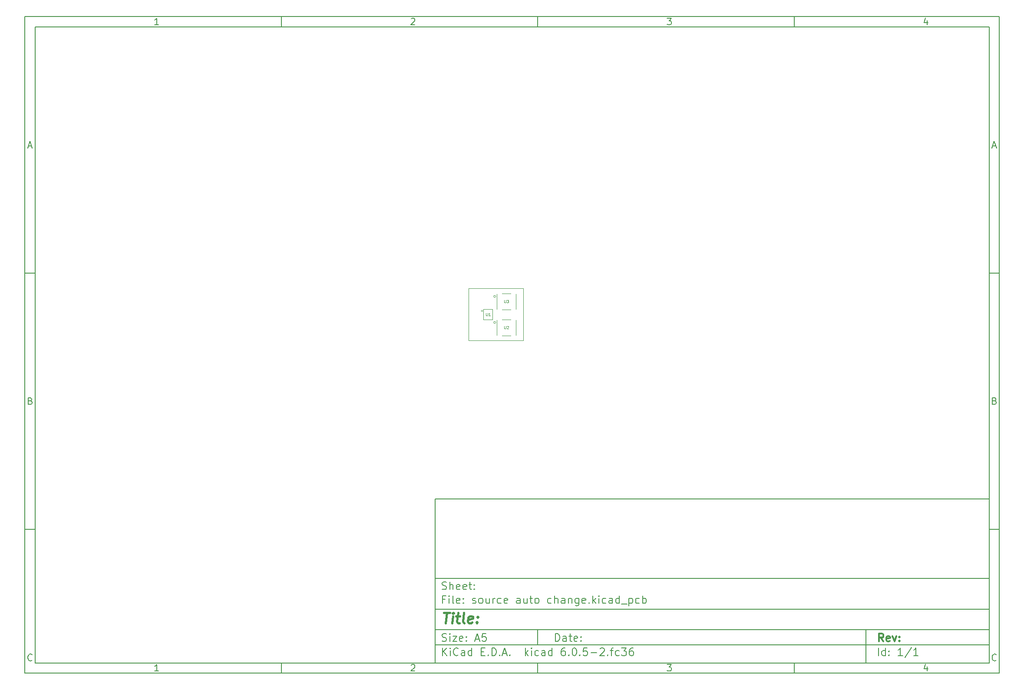
<source format=gbr>
%TF.GenerationSoftware,KiCad,Pcbnew,6.0.5-2.fc36*%
%TF.CreationDate,2022-06-19T11:45:17+04:00*%
%TF.ProjectId,source auto change,736f7572-6365-4206-9175-746f20636861,rev?*%
%TF.SameCoordinates,Original*%
%TF.FileFunction,Legend,Top*%
%TF.FilePolarity,Positive*%
%FSLAX46Y46*%
G04 Gerber Fmt 4.6, Leading zero omitted, Abs format (unit mm)*
G04 Created by KiCad (PCBNEW 6.0.5-2.fc36) date 2022-06-19 11:45:17*
%MOMM*%
%LPD*%
G01*
G04 APERTURE LIST*
%ADD10C,0.100000*%
%ADD11C,0.150000*%
%ADD12C,0.300000*%
%ADD13C,0.400000*%
%TA.AperFunction,Profile*%
%ADD14C,0.100000*%
%TD*%
%ADD15C,0.050000*%
G04 APERTURE END LIST*
D10*
D11*
X90007200Y-104005800D02*
X90007200Y-136005800D01*
X198007200Y-136005800D01*
X198007200Y-104005800D01*
X90007200Y-104005800D01*
D10*
D11*
X10000000Y-10000000D02*
X10000000Y-138005800D01*
X200007200Y-138005800D01*
X200007200Y-10000000D01*
X10000000Y-10000000D01*
D10*
D11*
X12000000Y-12000000D02*
X12000000Y-136005800D01*
X198007200Y-136005800D01*
X198007200Y-12000000D01*
X12000000Y-12000000D01*
D10*
D11*
X60000000Y-12000000D02*
X60000000Y-10000000D01*
D10*
D11*
X110000000Y-12000000D02*
X110000000Y-10000000D01*
D10*
D11*
X160000000Y-12000000D02*
X160000000Y-10000000D01*
D10*
D11*
X36065476Y-11588095D02*
X35322619Y-11588095D01*
X35694047Y-11588095D02*
X35694047Y-10288095D01*
X35570238Y-10473809D01*
X35446428Y-10597619D01*
X35322619Y-10659523D01*
D10*
D11*
X85322619Y-10411904D02*
X85384523Y-10350000D01*
X85508333Y-10288095D01*
X85817857Y-10288095D01*
X85941666Y-10350000D01*
X86003571Y-10411904D01*
X86065476Y-10535714D01*
X86065476Y-10659523D01*
X86003571Y-10845238D01*
X85260714Y-11588095D01*
X86065476Y-11588095D01*
D10*
D11*
X135260714Y-10288095D02*
X136065476Y-10288095D01*
X135632142Y-10783333D01*
X135817857Y-10783333D01*
X135941666Y-10845238D01*
X136003571Y-10907142D01*
X136065476Y-11030952D01*
X136065476Y-11340476D01*
X136003571Y-11464285D01*
X135941666Y-11526190D01*
X135817857Y-11588095D01*
X135446428Y-11588095D01*
X135322619Y-11526190D01*
X135260714Y-11464285D01*
D10*
D11*
X185941666Y-10721428D02*
X185941666Y-11588095D01*
X185632142Y-10226190D02*
X185322619Y-11154761D01*
X186127380Y-11154761D01*
D10*
D11*
X60000000Y-136005800D02*
X60000000Y-138005800D01*
D10*
D11*
X110000000Y-136005800D02*
X110000000Y-138005800D01*
D10*
D11*
X160000000Y-136005800D02*
X160000000Y-138005800D01*
D10*
D11*
X36065476Y-137593895D02*
X35322619Y-137593895D01*
X35694047Y-137593895D02*
X35694047Y-136293895D01*
X35570238Y-136479609D01*
X35446428Y-136603419D01*
X35322619Y-136665323D01*
D10*
D11*
X85322619Y-136417704D02*
X85384523Y-136355800D01*
X85508333Y-136293895D01*
X85817857Y-136293895D01*
X85941666Y-136355800D01*
X86003571Y-136417704D01*
X86065476Y-136541514D01*
X86065476Y-136665323D01*
X86003571Y-136851038D01*
X85260714Y-137593895D01*
X86065476Y-137593895D01*
D10*
D11*
X135260714Y-136293895D02*
X136065476Y-136293895D01*
X135632142Y-136789133D01*
X135817857Y-136789133D01*
X135941666Y-136851038D01*
X136003571Y-136912942D01*
X136065476Y-137036752D01*
X136065476Y-137346276D01*
X136003571Y-137470085D01*
X135941666Y-137531990D01*
X135817857Y-137593895D01*
X135446428Y-137593895D01*
X135322619Y-137531990D01*
X135260714Y-137470085D01*
D10*
D11*
X185941666Y-136727228D02*
X185941666Y-137593895D01*
X185632142Y-136231990D02*
X185322619Y-137160561D01*
X186127380Y-137160561D01*
D10*
D11*
X10000000Y-60000000D02*
X12000000Y-60000000D01*
D10*
D11*
X10000000Y-110000000D02*
X12000000Y-110000000D01*
D10*
D11*
X10690476Y-35216666D02*
X11309523Y-35216666D01*
X10566666Y-35588095D02*
X11000000Y-34288095D01*
X11433333Y-35588095D01*
D10*
D11*
X11092857Y-84907142D02*
X11278571Y-84969047D01*
X11340476Y-85030952D01*
X11402380Y-85154761D01*
X11402380Y-85340476D01*
X11340476Y-85464285D01*
X11278571Y-85526190D01*
X11154761Y-85588095D01*
X10659523Y-85588095D01*
X10659523Y-84288095D01*
X11092857Y-84288095D01*
X11216666Y-84350000D01*
X11278571Y-84411904D01*
X11340476Y-84535714D01*
X11340476Y-84659523D01*
X11278571Y-84783333D01*
X11216666Y-84845238D01*
X11092857Y-84907142D01*
X10659523Y-84907142D01*
D10*
D11*
X11402380Y-135464285D02*
X11340476Y-135526190D01*
X11154761Y-135588095D01*
X11030952Y-135588095D01*
X10845238Y-135526190D01*
X10721428Y-135402380D01*
X10659523Y-135278571D01*
X10597619Y-135030952D01*
X10597619Y-134845238D01*
X10659523Y-134597619D01*
X10721428Y-134473809D01*
X10845238Y-134350000D01*
X11030952Y-134288095D01*
X11154761Y-134288095D01*
X11340476Y-134350000D01*
X11402380Y-134411904D01*
D10*
D11*
X200007200Y-60000000D02*
X198007200Y-60000000D01*
D10*
D11*
X200007200Y-110000000D02*
X198007200Y-110000000D01*
D10*
D11*
X198697676Y-35216666D02*
X199316723Y-35216666D01*
X198573866Y-35588095D02*
X199007200Y-34288095D01*
X199440533Y-35588095D01*
D10*
D11*
X199100057Y-84907142D02*
X199285771Y-84969047D01*
X199347676Y-85030952D01*
X199409580Y-85154761D01*
X199409580Y-85340476D01*
X199347676Y-85464285D01*
X199285771Y-85526190D01*
X199161961Y-85588095D01*
X198666723Y-85588095D01*
X198666723Y-84288095D01*
X199100057Y-84288095D01*
X199223866Y-84350000D01*
X199285771Y-84411904D01*
X199347676Y-84535714D01*
X199347676Y-84659523D01*
X199285771Y-84783333D01*
X199223866Y-84845238D01*
X199100057Y-84907142D01*
X198666723Y-84907142D01*
D10*
D11*
X199409580Y-135464285D02*
X199347676Y-135526190D01*
X199161961Y-135588095D01*
X199038152Y-135588095D01*
X198852438Y-135526190D01*
X198728628Y-135402380D01*
X198666723Y-135278571D01*
X198604819Y-135030952D01*
X198604819Y-134845238D01*
X198666723Y-134597619D01*
X198728628Y-134473809D01*
X198852438Y-134350000D01*
X199038152Y-134288095D01*
X199161961Y-134288095D01*
X199347676Y-134350000D01*
X199409580Y-134411904D01*
D10*
D11*
X113439342Y-131784371D02*
X113439342Y-130284371D01*
X113796485Y-130284371D01*
X114010771Y-130355800D01*
X114153628Y-130498657D01*
X114225057Y-130641514D01*
X114296485Y-130927228D01*
X114296485Y-131141514D01*
X114225057Y-131427228D01*
X114153628Y-131570085D01*
X114010771Y-131712942D01*
X113796485Y-131784371D01*
X113439342Y-131784371D01*
X115582200Y-131784371D02*
X115582200Y-130998657D01*
X115510771Y-130855800D01*
X115367914Y-130784371D01*
X115082200Y-130784371D01*
X114939342Y-130855800D01*
X115582200Y-131712942D02*
X115439342Y-131784371D01*
X115082200Y-131784371D01*
X114939342Y-131712942D01*
X114867914Y-131570085D01*
X114867914Y-131427228D01*
X114939342Y-131284371D01*
X115082200Y-131212942D01*
X115439342Y-131212942D01*
X115582200Y-131141514D01*
X116082200Y-130784371D02*
X116653628Y-130784371D01*
X116296485Y-130284371D02*
X116296485Y-131570085D01*
X116367914Y-131712942D01*
X116510771Y-131784371D01*
X116653628Y-131784371D01*
X117725057Y-131712942D02*
X117582200Y-131784371D01*
X117296485Y-131784371D01*
X117153628Y-131712942D01*
X117082200Y-131570085D01*
X117082200Y-130998657D01*
X117153628Y-130855800D01*
X117296485Y-130784371D01*
X117582200Y-130784371D01*
X117725057Y-130855800D01*
X117796485Y-130998657D01*
X117796485Y-131141514D01*
X117082200Y-131284371D01*
X118439342Y-131641514D02*
X118510771Y-131712942D01*
X118439342Y-131784371D01*
X118367914Y-131712942D01*
X118439342Y-131641514D01*
X118439342Y-131784371D01*
X118439342Y-130855800D02*
X118510771Y-130927228D01*
X118439342Y-130998657D01*
X118367914Y-130927228D01*
X118439342Y-130855800D01*
X118439342Y-130998657D01*
D10*
D11*
X90007200Y-132505800D02*
X198007200Y-132505800D01*
D10*
D11*
X91439342Y-134584371D02*
X91439342Y-133084371D01*
X92296485Y-134584371D02*
X91653628Y-133727228D01*
X92296485Y-133084371D02*
X91439342Y-133941514D01*
X92939342Y-134584371D02*
X92939342Y-133584371D01*
X92939342Y-133084371D02*
X92867914Y-133155800D01*
X92939342Y-133227228D01*
X93010771Y-133155800D01*
X92939342Y-133084371D01*
X92939342Y-133227228D01*
X94510771Y-134441514D02*
X94439342Y-134512942D01*
X94225057Y-134584371D01*
X94082200Y-134584371D01*
X93867914Y-134512942D01*
X93725057Y-134370085D01*
X93653628Y-134227228D01*
X93582200Y-133941514D01*
X93582200Y-133727228D01*
X93653628Y-133441514D01*
X93725057Y-133298657D01*
X93867914Y-133155800D01*
X94082200Y-133084371D01*
X94225057Y-133084371D01*
X94439342Y-133155800D01*
X94510771Y-133227228D01*
X95796485Y-134584371D02*
X95796485Y-133798657D01*
X95725057Y-133655800D01*
X95582200Y-133584371D01*
X95296485Y-133584371D01*
X95153628Y-133655800D01*
X95796485Y-134512942D02*
X95653628Y-134584371D01*
X95296485Y-134584371D01*
X95153628Y-134512942D01*
X95082200Y-134370085D01*
X95082200Y-134227228D01*
X95153628Y-134084371D01*
X95296485Y-134012942D01*
X95653628Y-134012942D01*
X95796485Y-133941514D01*
X97153628Y-134584371D02*
X97153628Y-133084371D01*
X97153628Y-134512942D02*
X97010771Y-134584371D01*
X96725057Y-134584371D01*
X96582200Y-134512942D01*
X96510771Y-134441514D01*
X96439342Y-134298657D01*
X96439342Y-133870085D01*
X96510771Y-133727228D01*
X96582200Y-133655800D01*
X96725057Y-133584371D01*
X97010771Y-133584371D01*
X97153628Y-133655800D01*
X99010771Y-133798657D02*
X99510771Y-133798657D01*
X99725057Y-134584371D02*
X99010771Y-134584371D01*
X99010771Y-133084371D01*
X99725057Y-133084371D01*
X100367914Y-134441514D02*
X100439342Y-134512942D01*
X100367914Y-134584371D01*
X100296485Y-134512942D01*
X100367914Y-134441514D01*
X100367914Y-134584371D01*
X101082200Y-134584371D02*
X101082200Y-133084371D01*
X101439342Y-133084371D01*
X101653628Y-133155800D01*
X101796485Y-133298657D01*
X101867914Y-133441514D01*
X101939342Y-133727228D01*
X101939342Y-133941514D01*
X101867914Y-134227228D01*
X101796485Y-134370085D01*
X101653628Y-134512942D01*
X101439342Y-134584371D01*
X101082200Y-134584371D01*
X102582200Y-134441514D02*
X102653628Y-134512942D01*
X102582200Y-134584371D01*
X102510771Y-134512942D01*
X102582200Y-134441514D01*
X102582200Y-134584371D01*
X103225057Y-134155800D02*
X103939342Y-134155800D01*
X103082200Y-134584371D02*
X103582200Y-133084371D01*
X104082200Y-134584371D01*
X104582200Y-134441514D02*
X104653628Y-134512942D01*
X104582200Y-134584371D01*
X104510771Y-134512942D01*
X104582200Y-134441514D01*
X104582200Y-134584371D01*
X107582200Y-134584371D02*
X107582200Y-133084371D01*
X107725057Y-134012942D02*
X108153628Y-134584371D01*
X108153628Y-133584371D02*
X107582200Y-134155800D01*
X108796485Y-134584371D02*
X108796485Y-133584371D01*
X108796485Y-133084371D02*
X108725057Y-133155800D01*
X108796485Y-133227228D01*
X108867914Y-133155800D01*
X108796485Y-133084371D01*
X108796485Y-133227228D01*
X110153628Y-134512942D02*
X110010771Y-134584371D01*
X109725057Y-134584371D01*
X109582200Y-134512942D01*
X109510771Y-134441514D01*
X109439342Y-134298657D01*
X109439342Y-133870085D01*
X109510771Y-133727228D01*
X109582200Y-133655800D01*
X109725057Y-133584371D01*
X110010771Y-133584371D01*
X110153628Y-133655800D01*
X111439342Y-134584371D02*
X111439342Y-133798657D01*
X111367914Y-133655800D01*
X111225057Y-133584371D01*
X110939342Y-133584371D01*
X110796485Y-133655800D01*
X111439342Y-134512942D02*
X111296485Y-134584371D01*
X110939342Y-134584371D01*
X110796485Y-134512942D01*
X110725057Y-134370085D01*
X110725057Y-134227228D01*
X110796485Y-134084371D01*
X110939342Y-134012942D01*
X111296485Y-134012942D01*
X111439342Y-133941514D01*
X112796485Y-134584371D02*
X112796485Y-133084371D01*
X112796485Y-134512942D02*
X112653628Y-134584371D01*
X112367914Y-134584371D01*
X112225057Y-134512942D01*
X112153628Y-134441514D01*
X112082200Y-134298657D01*
X112082200Y-133870085D01*
X112153628Y-133727228D01*
X112225057Y-133655800D01*
X112367914Y-133584371D01*
X112653628Y-133584371D01*
X112796485Y-133655800D01*
X115296485Y-133084371D02*
X115010771Y-133084371D01*
X114867914Y-133155800D01*
X114796485Y-133227228D01*
X114653628Y-133441514D01*
X114582200Y-133727228D01*
X114582200Y-134298657D01*
X114653628Y-134441514D01*
X114725057Y-134512942D01*
X114867914Y-134584371D01*
X115153628Y-134584371D01*
X115296485Y-134512942D01*
X115367914Y-134441514D01*
X115439342Y-134298657D01*
X115439342Y-133941514D01*
X115367914Y-133798657D01*
X115296485Y-133727228D01*
X115153628Y-133655800D01*
X114867914Y-133655800D01*
X114725057Y-133727228D01*
X114653628Y-133798657D01*
X114582200Y-133941514D01*
X116082200Y-134441514D02*
X116153628Y-134512942D01*
X116082200Y-134584371D01*
X116010771Y-134512942D01*
X116082200Y-134441514D01*
X116082200Y-134584371D01*
X117082200Y-133084371D02*
X117225057Y-133084371D01*
X117367914Y-133155800D01*
X117439342Y-133227228D01*
X117510771Y-133370085D01*
X117582200Y-133655800D01*
X117582200Y-134012942D01*
X117510771Y-134298657D01*
X117439342Y-134441514D01*
X117367914Y-134512942D01*
X117225057Y-134584371D01*
X117082200Y-134584371D01*
X116939342Y-134512942D01*
X116867914Y-134441514D01*
X116796485Y-134298657D01*
X116725057Y-134012942D01*
X116725057Y-133655800D01*
X116796485Y-133370085D01*
X116867914Y-133227228D01*
X116939342Y-133155800D01*
X117082200Y-133084371D01*
X118225057Y-134441514D02*
X118296485Y-134512942D01*
X118225057Y-134584371D01*
X118153628Y-134512942D01*
X118225057Y-134441514D01*
X118225057Y-134584371D01*
X119653628Y-133084371D02*
X118939342Y-133084371D01*
X118867914Y-133798657D01*
X118939342Y-133727228D01*
X119082200Y-133655800D01*
X119439342Y-133655800D01*
X119582200Y-133727228D01*
X119653628Y-133798657D01*
X119725057Y-133941514D01*
X119725057Y-134298657D01*
X119653628Y-134441514D01*
X119582200Y-134512942D01*
X119439342Y-134584371D01*
X119082200Y-134584371D01*
X118939342Y-134512942D01*
X118867914Y-134441514D01*
X120367914Y-134012942D02*
X121510771Y-134012942D01*
X122153628Y-133227228D02*
X122225057Y-133155800D01*
X122367914Y-133084371D01*
X122725057Y-133084371D01*
X122867914Y-133155800D01*
X122939342Y-133227228D01*
X123010771Y-133370085D01*
X123010771Y-133512942D01*
X122939342Y-133727228D01*
X122082200Y-134584371D01*
X123010771Y-134584371D01*
X123653628Y-134441514D02*
X123725057Y-134512942D01*
X123653628Y-134584371D01*
X123582200Y-134512942D01*
X123653628Y-134441514D01*
X123653628Y-134584371D01*
X124153628Y-133584371D02*
X124725057Y-133584371D01*
X124367914Y-134584371D02*
X124367914Y-133298657D01*
X124439342Y-133155800D01*
X124582200Y-133084371D01*
X124725057Y-133084371D01*
X125867914Y-134512942D02*
X125725057Y-134584371D01*
X125439342Y-134584371D01*
X125296485Y-134512942D01*
X125225057Y-134441514D01*
X125153628Y-134298657D01*
X125153628Y-133870085D01*
X125225057Y-133727228D01*
X125296485Y-133655800D01*
X125439342Y-133584371D01*
X125725057Y-133584371D01*
X125867914Y-133655800D01*
X126367914Y-133084371D02*
X127296485Y-133084371D01*
X126796485Y-133655800D01*
X127010771Y-133655800D01*
X127153628Y-133727228D01*
X127225057Y-133798657D01*
X127296485Y-133941514D01*
X127296485Y-134298657D01*
X127225057Y-134441514D01*
X127153628Y-134512942D01*
X127010771Y-134584371D01*
X126582200Y-134584371D01*
X126439342Y-134512942D01*
X126367914Y-134441514D01*
X128582200Y-133084371D02*
X128296485Y-133084371D01*
X128153628Y-133155800D01*
X128082200Y-133227228D01*
X127939342Y-133441514D01*
X127867914Y-133727228D01*
X127867914Y-134298657D01*
X127939342Y-134441514D01*
X128010771Y-134512942D01*
X128153628Y-134584371D01*
X128439342Y-134584371D01*
X128582200Y-134512942D01*
X128653628Y-134441514D01*
X128725057Y-134298657D01*
X128725057Y-133941514D01*
X128653628Y-133798657D01*
X128582200Y-133727228D01*
X128439342Y-133655800D01*
X128153628Y-133655800D01*
X128010771Y-133727228D01*
X127939342Y-133798657D01*
X127867914Y-133941514D01*
D10*
D11*
X90007200Y-129505800D02*
X198007200Y-129505800D01*
D10*
D12*
X177416485Y-131784371D02*
X176916485Y-131070085D01*
X176559342Y-131784371D02*
X176559342Y-130284371D01*
X177130771Y-130284371D01*
X177273628Y-130355800D01*
X177345057Y-130427228D01*
X177416485Y-130570085D01*
X177416485Y-130784371D01*
X177345057Y-130927228D01*
X177273628Y-130998657D01*
X177130771Y-131070085D01*
X176559342Y-131070085D01*
X178630771Y-131712942D02*
X178487914Y-131784371D01*
X178202200Y-131784371D01*
X178059342Y-131712942D01*
X177987914Y-131570085D01*
X177987914Y-130998657D01*
X178059342Y-130855800D01*
X178202200Y-130784371D01*
X178487914Y-130784371D01*
X178630771Y-130855800D01*
X178702200Y-130998657D01*
X178702200Y-131141514D01*
X177987914Y-131284371D01*
X179202200Y-130784371D02*
X179559342Y-131784371D01*
X179916485Y-130784371D01*
X180487914Y-131641514D02*
X180559342Y-131712942D01*
X180487914Y-131784371D01*
X180416485Y-131712942D01*
X180487914Y-131641514D01*
X180487914Y-131784371D01*
X180487914Y-130855800D02*
X180559342Y-130927228D01*
X180487914Y-130998657D01*
X180416485Y-130927228D01*
X180487914Y-130855800D01*
X180487914Y-130998657D01*
D10*
D11*
X91367914Y-131712942D02*
X91582200Y-131784371D01*
X91939342Y-131784371D01*
X92082200Y-131712942D01*
X92153628Y-131641514D01*
X92225057Y-131498657D01*
X92225057Y-131355800D01*
X92153628Y-131212942D01*
X92082200Y-131141514D01*
X91939342Y-131070085D01*
X91653628Y-130998657D01*
X91510771Y-130927228D01*
X91439342Y-130855800D01*
X91367914Y-130712942D01*
X91367914Y-130570085D01*
X91439342Y-130427228D01*
X91510771Y-130355800D01*
X91653628Y-130284371D01*
X92010771Y-130284371D01*
X92225057Y-130355800D01*
X92867914Y-131784371D02*
X92867914Y-130784371D01*
X92867914Y-130284371D02*
X92796485Y-130355800D01*
X92867914Y-130427228D01*
X92939342Y-130355800D01*
X92867914Y-130284371D01*
X92867914Y-130427228D01*
X93439342Y-130784371D02*
X94225057Y-130784371D01*
X93439342Y-131784371D01*
X94225057Y-131784371D01*
X95367914Y-131712942D02*
X95225057Y-131784371D01*
X94939342Y-131784371D01*
X94796485Y-131712942D01*
X94725057Y-131570085D01*
X94725057Y-130998657D01*
X94796485Y-130855800D01*
X94939342Y-130784371D01*
X95225057Y-130784371D01*
X95367914Y-130855800D01*
X95439342Y-130998657D01*
X95439342Y-131141514D01*
X94725057Y-131284371D01*
X96082200Y-131641514D02*
X96153628Y-131712942D01*
X96082200Y-131784371D01*
X96010771Y-131712942D01*
X96082200Y-131641514D01*
X96082200Y-131784371D01*
X96082200Y-130855800D02*
X96153628Y-130927228D01*
X96082200Y-130998657D01*
X96010771Y-130927228D01*
X96082200Y-130855800D01*
X96082200Y-130998657D01*
X97867914Y-131355800D02*
X98582200Y-131355800D01*
X97725057Y-131784371D02*
X98225057Y-130284371D01*
X98725057Y-131784371D01*
X99939342Y-130284371D02*
X99225057Y-130284371D01*
X99153628Y-130998657D01*
X99225057Y-130927228D01*
X99367914Y-130855800D01*
X99725057Y-130855800D01*
X99867914Y-130927228D01*
X99939342Y-130998657D01*
X100010771Y-131141514D01*
X100010771Y-131498657D01*
X99939342Y-131641514D01*
X99867914Y-131712942D01*
X99725057Y-131784371D01*
X99367914Y-131784371D01*
X99225057Y-131712942D01*
X99153628Y-131641514D01*
D10*
D11*
X176439342Y-134584371D02*
X176439342Y-133084371D01*
X177796485Y-134584371D02*
X177796485Y-133084371D01*
X177796485Y-134512942D02*
X177653628Y-134584371D01*
X177367914Y-134584371D01*
X177225057Y-134512942D01*
X177153628Y-134441514D01*
X177082200Y-134298657D01*
X177082200Y-133870085D01*
X177153628Y-133727228D01*
X177225057Y-133655800D01*
X177367914Y-133584371D01*
X177653628Y-133584371D01*
X177796485Y-133655800D01*
X178510771Y-134441514D02*
X178582200Y-134512942D01*
X178510771Y-134584371D01*
X178439342Y-134512942D01*
X178510771Y-134441514D01*
X178510771Y-134584371D01*
X178510771Y-133655800D02*
X178582200Y-133727228D01*
X178510771Y-133798657D01*
X178439342Y-133727228D01*
X178510771Y-133655800D01*
X178510771Y-133798657D01*
X181153628Y-134584371D02*
X180296485Y-134584371D01*
X180725057Y-134584371D02*
X180725057Y-133084371D01*
X180582200Y-133298657D01*
X180439342Y-133441514D01*
X180296485Y-133512942D01*
X182867914Y-133012942D02*
X181582200Y-134941514D01*
X184153628Y-134584371D02*
X183296485Y-134584371D01*
X183725057Y-134584371D02*
X183725057Y-133084371D01*
X183582200Y-133298657D01*
X183439342Y-133441514D01*
X183296485Y-133512942D01*
D10*
D11*
X90007200Y-125505800D02*
X198007200Y-125505800D01*
D10*
D13*
X91719580Y-126210561D02*
X92862438Y-126210561D01*
X92041009Y-128210561D02*
X92291009Y-126210561D01*
X93279104Y-128210561D02*
X93445771Y-126877228D01*
X93529104Y-126210561D02*
X93421961Y-126305800D01*
X93505295Y-126401038D01*
X93612438Y-126305800D01*
X93529104Y-126210561D01*
X93505295Y-126401038D01*
X94112438Y-126877228D02*
X94874342Y-126877228D01*
X94481485Y-126210561D02*
X94267200Y-127924847D01*
X94338628Y-128115323D01*
X94517200Y-128210561D01*
X94707676Y-128210561D01*
X95660057Y-128210561D02*
X95481485Y-128115323D01*
X95410057Y-127924847D01*
X95624342Y-126210561D01*
X97195771Y-128115323D02*
X96993390Y-128210561D01*
X96612438Y-128210561D01*
X96433866Y-128115323D01*
X96362438Y-127924847D01*
X96457676Y-127162942D01*
X96576723Y-126972466D01*
X96779104Y-126877228D01*
X97160057Y-126877228D01*
X97338628Y-126972466D01*
X97410057Y-127162942D01*
X97386247Y-127353419D01*
X96410057Y-127543895D01*
X98160057Y-128020085D02*
X98243390Y-128115323D01*
X98136247Y-128210561D01*
X98052914Y-128115323D01*
X98160057Y-128020085D01*
X98136247Y-128210561D01*
X98291009Y-126972466D02*
X98374342Y-127067704D01*
X98267200Y-127162942D01*
X98183866Y-127067704D01*
X98291009Y-126972466D01*
X98267200Y-127162942D01*
D10*
D11*
X91939342Y-123598657D02*
X91439342Y-123598657D01*
X91439342Y-124384371D02*
X91439342Y-122884371D01*
X92153628Y-122884371D01*
X92725057Y-124384371D02*
X92725057Y-123384371D01*
X92725057Y-122884371D02*
X92653628Y-122955800D01*
X92725057Y-123027228D01*
X92796485Y-122955800D01*
X92725057Y-122884371D01*
X92725057Y-123027228D01*
X93653628Y-124384371D02*
X93510771Y-124312942D01*
X93439342Y-124170085D01*
X93439342Y-122884371D01*
X94796485Y-124312942D02*
X94653628Y-124384371D01*
X94367914Y-124384371D01*
X94225057Y-124312942D01*
X94153628Y-124170085D01*
X94153628Y-123598657D01*
X94225057Y-123455800D01*
X94367914Y-123384371D01*
X94653628Y-123384371D01*
X94796485Y-123455800D01*
X94867914Y-123598657D01*
X94867914Y-123741514D01*
X94153628Y-123884371D01*
X95510771Y-124241514D02*
X95582200Y-124312942D01*
X95510771Y-124384371D01*
X95439342Y-124312942D01*
X95510771Y-124241514D01*
X95510771Y-124384371D01*
X95510771Y-123455800D02*
X95582200Y-123527228D01*
X95510771Y-123598657D01*
X95439342Y-123527228D01*
X95510771Y-123455800D01*
X95510771Y-123598657D01*
X97296485Y-124312942D02*
X97439342Y-124384371D01*
X97725057Y-124384371D01*
X97867914Y-124312942D01*
X97939342Y-124170085D01*
X97939342Y-124098657D01*
X97867914Y-123955800D01*
X97725057Y-123884371D01*
X97510771Y-123884371D01*
X97367914Y-123812942D01*
X97296485Y-123670085D01*
X97296485Y-123598657D01*
X97367914Y-123455800D01*
X97510771Y-123384371D01*
X97725057Y-123384371D01*
X97867914Y-123455800D01*
X98796485Y-124384371D02*
X98653628Y-124312942D01*
X98582200Y-124241514D01*
X98510771Y-124098657D01*
X98510771Y-123670085D01*
X98582200Y-123527228D01*
X98653628Y-123455800D01*
X98796485Y-123384371D01*
X99010771Y-123384371D01*
X99153628Y-123455800D01*
X99225057Y-123527228D01*
X99296485Y-123670085D01*
X99296485Y-124098657D01*
X99225057Y-124241514D01*
X99153628Y-124312942D01*
X99010771Y-124384371D01*
X98796485Y-124384371D01*
X100582200Y-123384371D02*
X100582200Y-124384371D01*
X99939342Y-123384371D02*
X99939342Y-124170085D01*
X100010771Y-124312942D01*
X100153628Y-124384371D01*
X100367914Y-124384371D01*
X100510771Y-124312942D01*
X100582200Y-124241514D01*
X101296485Y-124384371D02*
X101296485Y-123384371D01*
X101296485Y-123670085D02*
X101367914Y-123527228D01*
X101439342Y-123455800D01*
X101582200Y-123384371D01*
X101725057Y-123384371D01*
X102867914Y-124312942D02*
X102725057Y-124384371D01*
X102439342Y-124384371D01*
X102296485Y-124312942D01*
X102225057Y-124241514D01*
X102153628Y-124098657D01*
X102153628Y-123670085D01*
X102225057Y-123527228D01*
X102296485Y-123455800D01*
X102439342Y-123384371D01*
X102725057Y-123384371D01*
X102867914Y-123455800D01*
X104082200Y-124312942D02*
X103939342Y-124384371D01*
X103653628Y-124384371D01*
X103510771Y-124312942D01*
X103439342Y-124170085D01*
X103439342Y-123598657D01*
X103510771Y-123455800D01*
X103653628Y-123384371D01*
X103939342Y-123384371D01*
X104082200Y-123455800D01*
X104153628Y-123598657D01*
X104153628Y-123741514D01*
X103439342Y-123884371D01*
X106582200Y-124384371D02*
X106582200Y-123598657D01*
X106510771Y-123455800D01*
X106367914Y-123384371D01*
X106082200Y-123384371D01*
X105939342Y-123455800D01*
X106582200Y-124312942D02*
X106439342Y-124384371D01*
X106082200Y-124384371D01*
X105939342Y-124312942D01*
X105867914Y-124170085D01*
X105867914Y-124027228D01*
X105939342Y-123884371D01*
X106082200Y-123812942D01*
X106439342Y-123812942D01*
X106582200Y-123741514D01*
X107939342Y-123384371D02*
X107939342Y-124384371D01*
X107296485Y-123384371D02*
X107296485Y-124170085D01*
X107367914Y-124312942D01*
X107510771Y-124384371D01*
X107725057Y-124384371D01*
X107867914Y-124312942D01*
X107939342Y-124241514D01*
X108439342Y-123384371D02*
X109010771Y-123384371D01*
X108653628Y-122884371D02*
X108653628Y-124170085D01*
X108725057Y-124312942D01*
X108867914Y-124384371D01*
X109010771Y-124384371D01*
X109725057Y-124384371D02*
X109582200Y-124312942D01*
X109510771Y-124241514D01*
X109439342Y-124098657D01*
X109439342Y-123670085D01*
X109510771Y-123527228D01*
X109582200Y-123455800D01*
X109725057Y-123384371D01*
X109939342Y-123384371D01*
X110082200Y-123455800D01*
X110153628Y-123527228D01*
X110225057Y-123670085D01*
X110225057Y-124098657D01*
X110153628Y-124241514D01*
X110082200Y-124312942D01*
X109939342Y-124384371D01*
X109725057Y-124384371D01*
X112653628Y-124312942D02*
X112510771Y-124384371D01*
X112225057Y-124384371D01*
X112082200Y-124312942D01*
X112010771Y-124241514D01*
X111939342Y-124098657D01*
X111939342Y-123670085D01*
X112010771Y-123527228D01*
X112082200Y-123455800D01*
X112225057Y-123384371D01*
X112510771Y-123384371D01*
X112653628Y-123455800D01*
X113296485Y-124384371D02*
X113296485Y-122884371D01*
X113939342Y-124384371D02*
X113939342Y-123598657D01*
X113867914Y-123455800D01*
X113725057Y-123384371D01*
X113510771Y-123384371D01*
X113367914Y-123455800D01*
X113296485Y-123527228D01*
X115296485Y-124384371D02*
X115296485Y-123598657D01*
X115225057Y-123455800D01*
X115082200Y-123384371D01*
X114796485Y-123384371D01*
X114653628Y-123455800D01*
X115296485Y-124312942D02*
X115153628Y-124384371D01*
X114796485Y-124384371D01*
X114653628Y-124312942D01*
X114582200Y-124170085D01*
X114582200Y-124027228D01*
X114653628Y-123884371D01*
X114796485Y-123812942D01*
X115153628Y-123812942D01*
X115296485Y-123741514D01*
X116010771Y-123384371D02*
X116010771Y-124384371D01*
X116010771Y-123527228D02*
X116082200Y-123455800D01*
X116225057Y-123384371D01*
X116439342Y-123384371D01*
X116582200Y-123455800D01*
X116653628Y-123598657D01*
X116653628Y-124384371D01*
X118010771Y-123384371D02*
X118010771Y-124598657D01*
X117939342Y-124741514D01*
X117867914Y-124812942D01*
X117725057Y-124884371D01*
X117510771Y-124884371D01*
X117367914Y-124812942D01*
X118010771Y-124312942D02*
X117867914Y-124384371D01*
X117582200Y-124384371D01*
X117439342Y-124312942D01*
X117367914Y-124241514D01*
X117296485Y-124098657D01*
X117296485Y-123670085D01*
X117367914Y-123527228D01*
X117439342Y-123455800D01*
X117582200Y-123384371D01*
X117867914Y-123384371D01*
X118010771Y-123455800D01*
X119296485Y-124312942D02*
X119153628Y-124384371D01*
X118867914Y-124384371D01*
X118725057Y-124312942D01*
X118653628Y-124170085D01*
X118653628Y-123598657D01*
X118725057Y-123455800D01*
X118867914Y-123384371D01*
X119153628Y-123384371D01*
X119296485Y-123455800D01*
X119367914Y-123598657D01*
X119367914Y-123741514D01*
X118653628Y-123884371D01*
X120010771Y-124241514D02*
X120082200Y-124312942D01*
X120010771Y-124384371D01*
X119939342Y-124312942D01*
X120010771Y-124241514D01*
X120010771Y-124384371D01*
X120725057Y-124384371D02*
X120725057Y-122884371D01*
X120867914Y-123812942D02*
X121296485Y-124384371D01*
X121296485Y-123384371D02*
X120725057Y-123955800D01*
X121939342Y-124384371D02*
X121939342Y-123384371D01*
X121939342Y-122884371D02*
X121867914Y-122955800D01*
X121939342Y-123027228D01*
X122010771Y-122955800D01*
X121939342Y-122884371D01*
X121939342Y-123027228D01*
X123296485Y-124312942D02*
X123153628Y-124384371D01*
X122867914Y-124384371D01*
X122725057Y-124312942D01*
X122653628Y-124241514D01*
X122582200Y-124098657D01*
X122582200Y-123670085D01*
X122653628Y-123527228D01*
X122725057Y-123455800D01*
X122867914Y-123384371D01*
X123153628Y-123384371D01*
X123296485Y-123455800D01*
X124582200Y-124384371D02*
X124582200Y-123598657D01*
X124510771Y-123455800D01*
X124367914Y-123384371D01*
X124082200Y-123384371D01*
X123939342Y-123455800D01*
X124582200Y-124312942D02*
X124439342Y-124384371D01*
X124082200Y-124384371D01*
X123939342Y-124312942D01*
X123867914Y-124170085D01*
X123867914Y-124027228D01*
X123939342Y-123884371D01*
X124082200Y-123812942D01*
X124439342Y-123812942D01*
X124582200Y-123741514D01*
X125939342Y-124384371D02*
X125939342Y-122884371D01*
X125939342Y-124312942D02*
X125796485Y-124384371D01*
X125510771Y-124384371D01*
X125367914Y-124312942D01*
X125296485Y-124241514D01*
X125225057Y-124098657D01*
X125225057Y-123670085D01*
X125296485Y-123527228D01*
X125367914Y-123455800D01*
X125510771Y-123384371D01*
X125796485Y-123384371D01*
X125939342Y-123455800D01*
X126296485Y-124527228D02*
X127439342Y-124527228D01*
X127796485Y-123384371D02*
X127796485Y-124884371D01*
X127796485Y-123455800D02*
X127939342Y-123384371D01*
X128225057Y-123384371D01*
X128367914Y-123455800D01*
X128439342Y-123527228D01*
X128510771Y-123670085D01*
X128510771Y-124098657D01*
X128439342Y-124241514D01*
X128367914Y-124312942D01*
X128225057Y-124384371D01*
X127939342Y-124384371D01*
X127796485Y-124312942D01*
X129796485Y-124312942D02*
X129653628Y-124384371D01*
X129367914Y-124384371D01*
X129225057Y-124312942D01*
X129153628Y-124241514D01*
X129082200Y-124098657D01*
X129082200Y-123670085D01*
X129153628Y-123527228D01*
X129225057Y-123455800D01*
X129367914Y-123384371D01*
X129653628Y-123384371D01*
X129796485Y-123455800D01*
X130439342Y-124384371D02*
X130439342Y-122884371D01*
X130439342Y-123455800D02*
X130582200Y-123384371D01*
X130867914Y-123384371D01*
X131010771Y-123455800D01*
X131082200Y-123527228D01*
X131153628Y-123670085D01*
X131153628Y-124098657D01*
X131082200Y-124241514D01*
X131010771Y-124312942D01*
X130867914Y-124384371D01*
X130582200Y-124384371D01*
X130439342Y-124312942D01*
D10*
D11*
X90007200Y-119505800D02*
X198007200Y-119505800D01*
D10*
D11*
X91367914Y-121612942D02*
X91582200Y-121684371D01*
X91939342Y-121684371D01*
X92082200Y-121612942D01*
X92153628Y-121541514D01*
X92225057Y-121398657D01*
X92225057Y-121255800D01*
X92153628Y-121112942D01*
X92082200Y-121041514D01*
X91939342Y-120970085D01*
X91653628Y-120898657D01*
X91510771Y-120827228D01*
X91439342Y-120755800D01*
X91367914Y-120612942D01*
X91367914Y-120470085D01*
X91439342Y-120327228D01*
X91510771Y-120255800D01*
X91653628Y-120184371D01*
X92010771Y-120184371D01*
X92225057Y-120255800D01*
X92867914Y-121684371D02*
X92867914Y-120184371D01*
X93510771Y-121684371D02*
X93510771Y-120898657D01*
X93439342Y-120755800D01*
X93296485Y-120684371D01*
X93082200Y-120684371D01*
X92939342Y-120755800D01*
X92867914Y-120827228D01*
X94796485Y-121612942D02*
X94653628Y-121684371D01*
X94367914Y-121684371D01*
X94225057Y-121612942D01*
X94153628Y-121470085D01*
X94153628Y-120898657D01*
X94225057Y-120755800D01*
X94367914Y-120684371D01*
X94653628Y-120684371D01*
X94796485Y-120755800D01*
X94867914Y-120898657D01*
X94867914Y-121041514D01*
X94153628Y-121184371D01*
X96082200Y-121612942D02*
X95939342Y-121684371D01*
X95653628Y-121684371D01*
X95510771Y-121612942D01*
X95439342Y-121470085D01*
X95439342Y-120898657D01*
X95510771Y-120755800D01*
X95653628Y-120684371D01*
X95939342Y-120684371D01*
X96082200Y-120755800D01*
X96153628Y-120898657D01*
X96153628Y-121041514D01*
X95439342Y-121184371D01*
X96582200Y-120684371D02*
X97153628Y-120684371D01*
X96796485Y-120184371D02*
X96796485Y-121470085D01*
X96867914Y-121612942D01*
X97010771Y-121684371D01*
X97153628Y-121684371D01*
X97653628Y-121541514D02*
X97725057Y-121612942D01*
X97653628Y-121684371D01*
X97582200Y-121612942D01*
X97653628Y-121541514D01*
X97653628Y-121684371D01*
X97653628Y-120755800D02*
X97725057Y-120827228D01*
X97653628Y-120898657D01*
X97582200Y-120827228D01*
X97653628Y-120755800D01*
X97653628Y-120898657D01*
D10*
D12*
D10*
D11*
D10*
D11*
D10*
D11*
D10*
D11*
D10*
D11*
X110007200Y-129505800D02*
X110007200Y-132505800D01*
D10*
D11*
X174007200Y-129505800D02*
X174007200Y-136005800D01*
D14*
X96520000Y-62992000D02*
X107188000Y-62992000D01*
X107188000Y-62992000D02*
X107188000Y-73152000D01*
X107188000Y-73152000D02*
X96520000Y-73152000D01*
X96520000Y-73152000D02*
X96520000Y-62992000D01*
D15*
%TO.C,U3*%
X103505047Y-65258190D02*
X103505047Y-65662952D01*
X103528857Y-65710571D01*
X103552666Y-65734380D01*
X103600285Y-65758190D01*
X103695523Y-65758190D01*
X103743142Y-65734380D01*
X103766952Y-65710571D01*
X103790761Y-65662952D01*
X103790761Y-65258190D01*
X103981238Y-65258190D02*
X104290761Y-65258190D01*
X104124095Y-65448666D01*
X104195523Y-65448666D01*
X104243142Y-65472476D01*
X104266952Y-65496285D01*
X104290761Y-65543904D01*
X104290761Y-65662952D01*
X104266952Y-65710571D01*
X104243142Y-65734380D01*
X104195523Y-65758190D01*
X104052666Y-65758190D01*
X104005047Y-65734380D01*
X103981238Y-65710571D01*
%TO.C,U2*%
X103505047Y-70338190D02*
X103505047Y-70742952D01*
X103528857Y-70790571D01*
X103552666Y-70814380D01*
X103600285Y-70838190D01*
X103695523Y-70838190D01*
X103743142Y-70814380D01*
X103766952Y-70790571D01*
X103790761Y-70742952D01*
X103790761Y-70338190D01*
X104005047Y-70385809D02*
X104028857Y-70362000D01*
X104076476Y-70338190D01*
X104195523Y-70338190D01*
X104243142Y-70362000D01*
X104266952Y-70385809D01*
X104290761Y-70433428D01*
X104290761Y-70481047D01*
X104266952Y-70552476D01*
X103981238Y-70838190D01*
X104290761Y-70838190D01*
%TO.C,U1*%
X99949047Y-67798190D02*
X99949047Y-68202952D01*
X99972857Y-68250571D01*
X99996666Y-68274380D01*
X100044285Y-68298190D01*
X100139523Y-68298190D01*
X100187142Y-68274380D01*
X100210952Y-68250571D01*
X100234761Y-68202952D01*
X100234761Y-67798190D01*
X100734761Y-68298190D02*
X100449047Y-68298190D01*
X100591904Y-68298190D02*
X100591904Y-67798190D01*
X100544285Y-67869619D01*
X100496666Y-67917238D01*
X100449047Y-67941047D01*
%TO.C,U3*%
X102057200Y-67032000D02*
X102057200Y-64032000D01*
X104736000Y-67081400D02*
X103036000Y-67081400D01*
X105714800Y-64032000D02*
X105714800Y-67032000D01*
X103036000Y-63982600D02*
X104736000Y-63982600D01*
X101828600Y-64541400D02*
G75*
G03*
X101828600Y-64541400I-203200J0D01*
G01*
%TO.C,U2*%
X104736000Y-72161400D02*
X103036000Y-72161400D01*
X102057200Y-72112000D02*
X102057200Y-69112000D01*
X103036000Y-69062600D02*
X104736000Y-69062600D01*
X105714800Y-69112000D02*
X105714800Y-72112000D01*
X101828600Y-69621400D02*
G75*
G03*
X101828600Y-69621400I-203200J0D01*
G01*
%TO.C,U1*%
X101219000Y-67056000D02*
X99441000Y-67056000D01*
X99441000Y-69088000D02*
X99441000Y-67056000D01*
X99441000Y-69088000D02*
X101219000Y-69088000D01*
X101219000Y-67056000D02*
X101219000Y-69088000D01*
X99288600Y-67360800D02*
G75*
G03*
X99288600Y-67360800I-152400J0D01*
G01*
%TD*%
M02*

</source>
